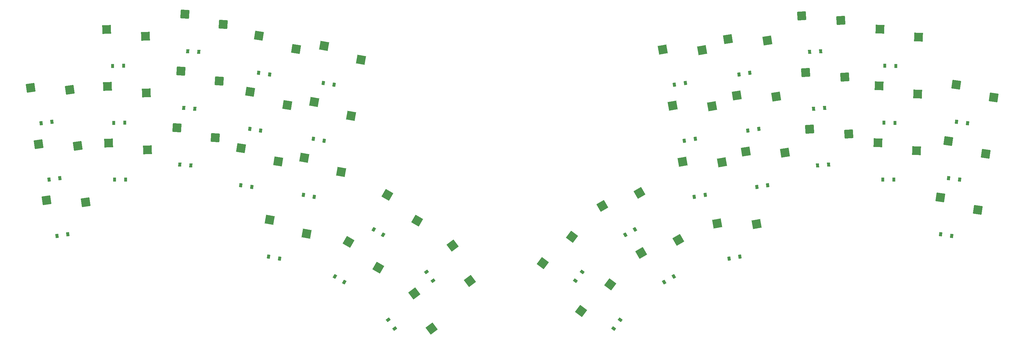
<source format=gbr>
%TF.GenerationSoftware,KiCad,Pcbnew,9.0.2*%
%TF.CreationDate,2025-07-07T14:02:59-04:00*%
%TF.ProjectId,routed_banana_split,726f7574-6564-45f6-9261-6e616e615f73,0.0.1*%
%TF.SameCoordinates,Original*%
%TF.FileFunction,Paste,Bot*%
%TF.FilePolarity,Positive*%
%FSLAX46Y46*%
G04 Gerber Fmt 4.6, Leading zero omitted, Abs format (unit mm)*
G04 Created by KiCad (PCBNEW 9.0.2) date 2025-07-07 14:02:59*
%MOMM*%
%LPD*%
G01*
G04 APERTURE LIST*
G04 Aperture macros list*
%AMRotRect*
0 Rectangle, with rotation*
0 The origin of the aperture is its center*
0 $1 length*
0 $2 width*
0 $3 Rotation angle, in degrees counterclockwise*
0 Add horizontal line*
21,1,$1,$2,0,0,$3*%
G04 Aperture macros list end*
%ADD10RotRect,0.900000X1.200000X53.000000*%
%ADD11RotRect,0.900000X1.200000X351.000000*%
%ADD12RotRect,2.600000X2.600000X9.000000*%
%ADD13RotRect,0.900000X1.200000X350.000000*%
%ADD14RotRect,2.600000X2.600000X352.000000*%
%ADD15RotRect,2.600000X2.600000X356.000000*%
%ADD16RotRect,0.900000X1.200000X10.000000*%
%ADD17RotRect,0.900000X1.200000X330.000000*%
%ADD18RotRect,0.900000X1.200000X352.000000*%
%ADD19RotRect,0.900000X1.200000X359.000000*%
%ADD20RotRect,2.600000X2.600000X1.000000*%
%ADD21RotRect,0.900000X1.200000X1.000000*%
%ADD22RotRect,2.600000X2.600000X10.000000*%
%ADD23RotRect,2.600000X2.600000X4.000000*%
%ADD24RotRect,2.600000X2.600000X30.000000*%
%ADD25RotRect,2.600000X2.600000X350.000000*%
%ADD26RotRect,0.900000X1.200000X307.000000*%
%ADD27RotRect,2.600000X2.600000X330.000000*%
%ADD28RotRect,0.900000X1.200000X30.000000*%
%ADD29RotRect,2.600000X2.600000X359.000000*%
%ADD30RotRect,2.600000X2.600000X351.000000*%
%ADD31RotRect,0.900000X1.200000X4.000000*%
%ADD32RotRect,2.600000X2.600000X307.000000*%
%ADD33RotRect,0.900000X1.200000X356.000000*%
%ADD34RotRect,2.600000X2.600000X8.000000*%
%ADD35RotRect,0.900000X1.200000X8.000000*%
%ADD36RotRect,2.600000X2.600000X53.000000*%
%ADD37RotRect,0.900000X1.200000X9.000000*%
G04 APERTURE END LIST*
D10*
%TO.C,D38*%
X252186519Y-179960275D03*
X254172509Y-177324777D03*
%TD*%
D11*
%TO.C,D12*%
X146188888Y-103487020D03*
X149448260Y-104003254D03*
%TD*%
D12*
%TO.C,S31*%
X288947206Y-110232974D03*
X300699162Y-110599072D03*
%TD*%
D13*
%TO.C,D13*%
X159554879Y-139997873D03*
X162804745Y-140570911D03*
%TD*%
D14*
%TO.C,S21*%
X349746025Y-140722672D03*
X360877440Y-144508711D03*
%TD*%
D15*
%TO.C,S8*%
X123010929Y-102952357D03*
X134379329Y-105952686D03*
%TD*%
D16*
%TO.C,D34*%
X273297266Y-123829179D03*
X276547132Y-123256141D03*
%TD*%
%TO.C,D35*%
X270345247Y-107087447D03*
X273595113Y-106514409D03*
%TD*%
D17*
%TO.C,D19*%
X180526018Y-150289007D03*
X183383902Y-151939007D03*
%TD*%
D18*
%TO.C,D21*%
X349831265Y-151792263D03*
X353099149Y-152251535D03*
%TD*%
D19*
%TO.C,D26*%
X333160505Y-101398965D03*
X336460003Y-101456557D03*
%TD*%
D20*
%TO.C,S5*%
X101074862Y-107533996D03*
X112661498Y-109532085D03*
%TD*%
D21*
%TO.C,D5*%
X102890718Y-118453968D03*
X106190216Y-118396376D03*
%TD*%
D22*
%TO.C,S34*%
X269795506Y-113327713D03*
X281552061Y-113488653D03*
%TD*%
D23*
%TO.C,S27*%
X310694917Y-120367851D03*
X322370246Y-121756805D03*
%TD*%
D24*
%TO.C,S39*%
X248787837Y-143268529D03*
X259890430Y-139398785D03*
%TD*%
D25*
%TO.C,S15*%
X165760052Y-95448586D03*
X176752556Y-99620800D03*
%TD*%
D22*
%TO.C,S35*%
X266843487Y-96585982D03*
X278600042Y-96746922D03*
%TD*%
D26*
%TO.C,D18*%
X184881521Y-177324777D03*
X186867511Y-179960275D03*
%TD*%
D18*
%TO.C,D23*%
X354563150Y-118123149D03*
X357831034Y-118582421D03*
%TD*%
D16*
%TO.C,D36*%
X286615903Y-159051529D03*
X289865769Y-158478491D03*
%TD*%
D27*
%TO.C,S19*%
X184593727Y-139993529D03*
X193496320Y-147673785D03*
%TD*%
D22*
%TO.C,S36*%
X283114143Y-148550063D03*
X294870698Y-148711003D03*
%TD*%
D28*
%TO.C,D39*%
X255670128Y-151939007D03*
X258528012Y-150289007D03*
%TD*%
D29*
%TO.C,S25*%
X331430166Y-107419683D03*
X342940011Y-109820923D03*
%TD*%
D30*
%TO.C,S11*%
X143637467Y-109208329D03*
X154701111Y-113188061D03*
%TD*%
D27*
%TO.C,S17*%
X172995651Y-154081986D03*
X181898244Y-161762242D03*
%TD*%
D22*
%TO.C,S33*%
X272747525Y-130069445D03*
X284504080Y-130230385D03*
%TD*%
D31*
%TO.C,D29*%
X310708071Y-97260646D03*
X314000033Y-97030450D03*
%TD*%
D24*
%TO.C,S37*%
X260385913Y-157356986D03*
X271488506Y-153487242D03*
%TD*%
D14*
%TO.C,S23*%
X354477910Y-107053558D03*
X365609325Y-110839597D03*
%TD*%
D32*
%TO.C,S20*%
X204071837Y-155148781D03*
X209265802Y-165697015D03*
%TD*%
D33*
%TO.C,D9*%
X125053997Y-97030450D03*
X128345959Y-97260646D03*
%TD*%
D25*
%TO.C,S13*%
X159856014Y-128932049D03*
X170848518Y-133104263D03*
%TD*%
D10*
%TO.C,D40*%
X240763313Y-165671936D03*
X242749303Y-163036438D03*
%TD*%
D13*
%TO.C,D16*%
X149188261Y-158478491D03*
X152438127Y-159051529D03*
%TD*%
D21*
%TO.C,D6*%
X102594027Y-101456557D03*
X105893525Y-101398965D03*
%TD*%
D26*
%TO.C,D20*%
X196304727Y-163036438D03*
X198290717Y-165671936D03*
%TD*%
D33*
%TO.C,D8*%
X123868137Y-113989038D03*
X127160099Y-114219234D03*
%TD*%
%TO.C,D7*%
X122682277Y-130947627D03*
X125974239Y-131177823D03*
%TD*%
D19*
%TO.C,D24*%
X332567123Y-135393786D03*
X335866621Y-135451378D03*
%TD*%
D15*
%TO.C,S9*%
X124196789Y-85993768D03*
X135565189Y-88994097D03*
%TD*%
D23*
%TO.C,S28*%
X309509057Y-103409262D03*
X321184386Y-104798216D03*
%TD*%
D34*
%TO.C,S1*%
X82821750Y-141634256D03*
X94565527Y-142205396D03*
%TD*%
D13*
%TO.C,D14*%
X162506898Y-123256141D03*
X165756764Y-123829179D03*
%TD*%
D35*
%TO.C,D1*%
X85954881Y-152251535D03*
X89222765Y-151792263D03*
%TD*%
D17*
%TO.C,D17*%
X168927942Y-164377464D03*
X171785826Y-166027464D03*
%TD*%
D29*
%TO.C,S24*%
X331133476Y-124417094D03*
X342643321Y-126818334D03*
%TD*%
D28*
%TO.C,D37*%
X267268204Y-166027464D03*
X270126088Y-164377464D03*
%TD*%
D19*
%TO.C,D25*%
X332863814Y-118396376D03*
X336163312Y-118453968D03*
%TD*%
D36*
%TO.C,S38*%
X242463511Y-174668183D03*
X251171472Y-166767936D03*
%TD*%
D37*
%TO.C,D30*%
X294924542Y-137584657D03*
X298183914Y-137068423D03*
%TD*%
D29*
%TO.C,S26*%
X331726857Y-90422272D03*
X343236702Y-92823512D03*
%TD*%
D21*
%TO.C,D4*%
X103187409Y-135451378D03*
X106486907Y-135393786D03*
%TD*%
D13*
%TO.C,D15*%
X165458917Y-106514409D03*
X168708783Y-107087447D03*
%TD*%
D25*
%TO.C,S16*%
X149489396Y-147412667D03*
X160481900Y-151584881D03*
%TD*%
D31*
%TO.C,D27*%
X313079792Y-131177823D03*
X316371754Y-130947627D03*
%TD*%
D32*
%TO.C,S18*%
X192648631Y-169437120D03*
X197842596Y-179985354D03*
%TD*%
D15*
%TO.C,S7*%
X121825069Y-119910946D03*
X133193469Y-122911275D03*
%TD*%
D31*
%TO.C,D28*%
X311893932Y-114219234D03*
X315185894Y-113989038D03*
%TD*%
D14*
%TO.C,S22*%
X352111967Y-123888115D03*
X363243382Y-127674154D03*
%TD*%
D35*
%TO.C,D3*%
X81222996Y-118582421D03*
X84490880Y-118123149D03*
%TD*%
D30*
%TO.C,S10*%
X140978081Y-125999030D03*
X152041725Y-129978762D03*
%TD*%
D18*
%TO.C,D22*%
X352197208Y-134957706D03*
X355465092Y-135416978D03*
%TD*%
D12*
%TO.C,S32*%
X286287820Y-93442272D03*
X298039776Y-93808370D03*
%TD*%
D37*
%TO.C,D31*%
X292265156Y-120793955D03*
X295524528Y-120277721D03*
%TD*%
D11*
%TO.C,D11*%
X143529502Y-120277721D03*
X146788874Y-120793955D03*
%TD*%
D20*
%TO.C,S4*%
X101371553Y-124531407D03*
X112958189Y-126529496D03*
%TD*%
D34*
%TO.C,S3*%
X78089864Y-107965142D03*
X89833641Y-108536282D03*
%TD*%
D20*
%TO.C,S6*%
X100778171Y-90536585D03*
X112364807Y-92534674D03*
%TD*%
D34*
%TO.C,S2*%
X80455807Y-124799699D03*
X92199584Y-125370839D03*
%TD*%
D37*
%TO.C,D32*%
X289605770Y-104003254D03*
X292865142Y-103487020D03*
%TD*%
D35*
%TO.C,D2*%
X83588939Y-135416978D03*
X86856823Y-134957706D03*
%TD*%
D11*
%TO.C,D10*%
X140870116Y-137068423D03*
X144129488Y-137584657D03*
%TD*%
D30*
%TO.C,S12*%
X146296852Y-92417627D03*
X157360496Y-96397359D03*
%TD*%
D12*
%TO.C,S30*%
X291606592Y-127023675D03*
X303358548Y-127389773D03*
%TD*%
D25*
%TO.C,S14*%
X162808033Y-112190317D03*
X173800537Y-116362531D03*
%TD*%
D36*
%TO.C,S40*%
X231040306Y-160379844D03*
X239748267Y-152479597D03*
%TD*%
D16*
%TO.C,D33*%
X276249285Y-140570911D03*
X279499151Y-139997873D03*
%TD*%
D23*
%TO.C,S29*%
X308323197Y-86450673D03*
X319998526Y-87839627D03*
%TD*%
M02*

</source>
